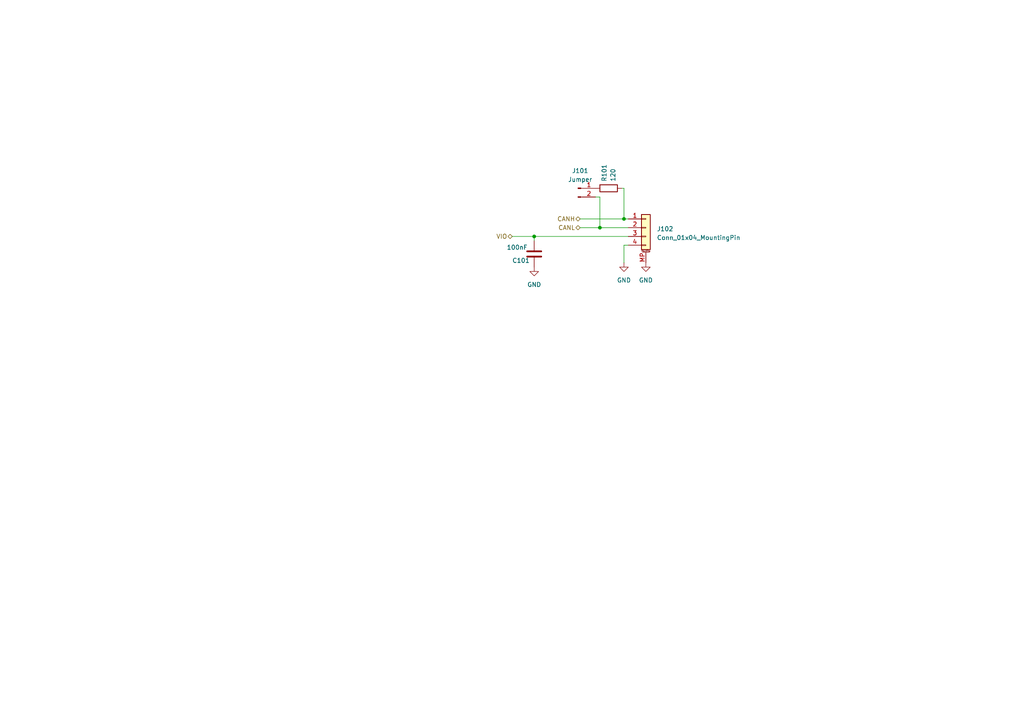
<source format=kicad_sch>
(kicad_sch (version 20231120) (generator "eeschema") (generator_version "8.0")
  (paper "A4")
  (lib_symbols
    (symbol "Connector:Conn_01x02_Pin" (pin_names (offset 1.016) hide)
      (property "Reference" "J" (at 0 2.54 0))
      (property "Value" "Conn_01x02_Pin" (at 0 -5.08 0))
      (symbol "Conn_01x02_Pin_1_1"
        (polyline (pts (xy 1.27 -2.54) (xy 0.8636 -2.54)) (stroke (width 0.1524)))
        (polyline (pts (xy 1.27 0) (xy 0.8636 0)) (stroke (width 0.1524)))
        (rectangle (start 0.8636 -2.413) (end 0 -2.667) (stroke (width 0.1524)) (fill (type outline)))
        (rectangle (start 0.8636 0.127) (end 0 -0.127) (stroke (width 0.1524)) (fill (type outline)))
        (pin passive line (at 5.08 0 180) (length 3.81) (name "Pin_1") (number "1"))
        (pin passive line (at 5.08 -2.54 180) (length 3.81) (name "Pin_2") (number "2"))
      )
    )
    (symbol "Connector_Generic_MountingPin:Conn_01x04_MountingPin" (pin_names (offset 1.016) hide)
      (property "Reference" "J" (at 0 5.08 0))
      (property "Value" "Conn_01x04_MountingPin" (at 1.27 -7.62 0))
      (symbol "Conn_01x04_MountingPin_1_1"
        (rectangle (start -1.27 -4.953) (end 0 -5.207) (stroke (width 0.1524)))
        (rectangle (start -1.27 -2.413) (end 0 -2.667) (stroke (width 0.1524)))
        (rectangle (start -1.27 0.127) (end 0 -0.127) (stroke (width 0.1524)))
        (rectangle (start -1.27 2.667) (end 0 2.413) (stroke (width 0.1524)))
        (rectangle (start -1.27 3.81) (end 1.27 -6.35) (stroke (width 0.254)) (fill (type background)))
        (polyline (pts (xy -1.016 -7.112) (xy 1.016 -7.112)) (stroke (width 0.1524)))
        (text "Mounting" (at 0 -6.731 0) (effects (font (size 0.381 0.381))))
        (pin passive line (at -5.08 2.54 0) (length 3.81) (name "Pin_1") (number "1"))
        (pin passive line (at -5.08 0 0) (length 3.81) (name "Pin_2") (number "2"))
        (pin passive line (at -5.08 -2.54 0) (length 3.81) (name "Pin_3") (number "3"))
        (pin passive line (at -5.08 -5.08 0) (length 3.81) (name "Pin_4") (number "4"))
        (pin passive line (at 0 -10.16 90) (length 3.048) (name "MountPin") (number "MP"))
      )
    )
    (symbol "Device:C" (pin_numbers hide) (pin_names (offset 0.254))
      (property "Reference" "C" (at 0.635 2.54 0))
      (property "Value" "C" (at 0.635 -2.54 0))
      (symbol "C_0_1"
        (polyline (pts (xy -2.032 -0.762) (xy 2.032 -0.762)) (stroke (width 0.508)))
        (polyline (pts (xy -2.032 0.762) (xy 2.032 0.762)) (stroke (width 0.508)))
      )
      (symbol "C_1_1"
        (pin passive line (at 0 3.81 270) (length 2.794) (name "~") (number "1"))
        (pin passive line (at 0 -3.81 90) (length 2.794) (name "~") (number "2"))
      )
    )
    (symbol "Device:R" (pin_numbers hide) (pin_names (offset 0))
      (property "Reference" "R" (at 2.032 0 90))
      (property "Value" "R" (at 0 0 90))
      (symbol "R_0_1"
        (rectangle (start -1.016 -2.54) (end 1.016 2.54) (stroke (width 0.254)))
      )
      (symbol "R_1_1"
        (pin passive line (at 0 3.81 270) (length 1.27) (name "~") (number "1"))
        (pin passive line (at 0 -3.81 90) (length 1.27) (name "~") (number "2"))
      )
    )
    (symbol "power:GND" (power) (pin_names (offset 0))
      (property "Value" "GND" (at 0 -3.81 0))
      (symbol "GND_0_1"
        (polyline (pts (xy 0 0) (xy 0 -1.27) (xy 1.27 -1.27) (xy 0 -2.54) (xy -1.27 -1.27) (xy 0 -1.27)))
      )
      (symbol "GND_1_1"
        (pin power_in line (at 0 0 270) (length 0) hide (name "GND") (number "1"))
      )
    )
  )
  (junction (at 154.94 68.58))
  (junction (at 180.975 63.5))
  (junction (at 173.99 66.04))
  (wire (pts (xy 180.975 71.12) (xy 180.975 76.2)))
  (wire (pts (xy 180.34 54.61) (xy 180.975 54.61)))
  (wire (pts (xy 173.99 57.15) (xy 173.99 66.04)))
  (wire (pts (xy 154.94 68.58) (xy 182.245 68.58)))
  (wire (pts (xy 180.975 63.5) (xy 182.245 63.5)))
  (wire (pts (xy 148.59 68.58) (xy 154.94 68.58)))
  (wire (pts (xy 173.99 66.04) (xy 182.245 66.04)))
  (wire (pts (xy 154.94 68.58) (xy 154.94 69.85)))
  (wire (pts (xy 168.275 63.5) (xy 180.975 63.5)))
  (wire (pts (xy 182.245 71.12) (xy 180.975 71.12)))
  (wire (pts (xy 180.975 54.61) (xy 180.975 63.5)))
  (wire (pts (xy 168.275 66.04) (xy 173.99 66.04)))
  (wire (pts (xy 172.72 57.15) (xy 173.99 57.15)))
  (hierarchical_label "CANH" (shape bidirectional) (at 168.275 63.5 180))
  (hierarchical_label "CANL" (shape bidirectional) (at 168.275 66.04 180))
  (hierarchical_label "VIO" (shape bidirectional) (at 148.59 68.58 180))
  (symbol (lib_id "Connector_Generic_MountingPin:Conn_01x04_MountingPin") (at 187.325 66.04 0) (unit 1)
    (property "Reference" "J102" (at 190.5 66.3956 0) (effects (justify left)))
    (property "Value" "Conn_01x04_MountingPin" (at 190.5 68.9356 0) (effects (justify left)))
    (property "Footprint" "WOBCLibrary:Grove_4P_L_SMD" (effects (hide yes)))
  )
  (symbol (lib_id "Device:C") (at 154.94 73.66 180) (unit 1)
    (property "Reference" "C101" (at 153.67 75.565 0) (effects (justify left)))
    (property "Value" "100nF" (at 153.035 71.755 0) (effects (justify left)))
    (property "Footprint" "Capacitor_SMD:C_0402_1005Metric" (effects (hide yes)))
    (property "LCSC" "C1525" (effects (hide yes)))
  )
  (symbol (lib_id "power:GND") (at 187.325 76.2 0) (unit 1)
    (property "Reference" "#PWR0103" (effects (hide yes)))
    (property "Value" "GND" (at 187.325 81.28 0))
  )
  (symbol (lib_id "power:GND") (at 154.94 77.47 0) (unit 1)
    (property "Reference" "#PWR0101" (effects (hide yes)))
    (property "Value" "GND" (at 154.94 82.55 0))
  )
  (symbol (lib_id "Device:R") (at 176.53 54.61 90) (unit 1)
    (property "Reference" "R101" (at 175.26 52.705 0) (effects (justify left)))
    (property "Value" "120" (at 177.8 52.705 0) (effects (justify left)))
    (property "Footprint" "Resistor_SMD:R_0402_1005Metric" (effects (hide yes)))
    (property "LCSC" "C25079" (effects (hide yes)))
  )
  (symbol (lib_id "Connector:Conn_01x02_Pin") (at 167.64 54.61 0) (unit 1)
    (property "Reference" "J101" (at 168.275 49.53 0))
    (property "Value" "Jumper" (at 168.275 52.07 0))
    (property "Footprint" "Connector_PinHeader_1.27mm:PinHeader_1x02_P1.27mm_Vertical" (effects (hide yes)))
  )
  (symbol (lib_id "power:GND") (at 180.975 76.2 0) (unit 1)
    (property "Reference" "#PWR0102" (effects (hide yes)))
    (property "Value" "GND" (at 180.975 81.28 0))
  )
)
</source>
